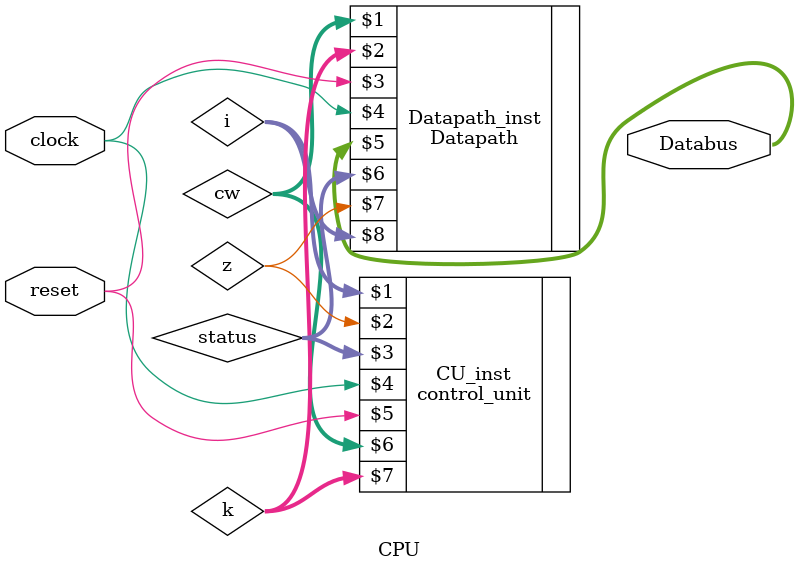
<source format=v>
module CPU(clock, reset, Databus);
	
	// inputs and outputs
	input clock, reset;
	output [63:0]Databus;
	
	// wires
	wire [28:0]cw;
	wire [63:0]k;
	wire [31:0]i;
	wire [3:0]status;
	wire z;
	
	// instantiations
	Datapath Datapath_inst(cw, k, reset, clock, Databus, status, z, i);
	control_unit CU_inst(i, z, status, clock, reset, cw, k);

endmodule

</source>
